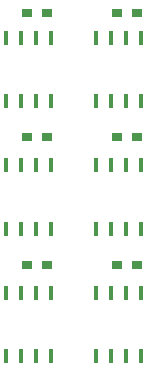
<source format=gbr>
G04 DipTrace 3.3.1.1*
G04 BottomPaste.gbr*
%MOIN*%
G04 #@! TF.FileFunction,Paste,Bot*
G04 #@! TF.Part,Single*
%ADD38R,0.017717X0.051181*%
%ADD40R,0.035433X0.031496*%
%FSLAX26Y26*%
G04*
G70*
G90*
G75*
G01*
G04 BotPaste*
%LPD*%
D40*
X206251Y1356249D3*
X273180D3*
X206251Y518751D3*
X273180D3*
X206251Y943751D3*
X273180D3*
X506251Y1356249D3*
X573180D3*
X506251Y943751D3*
X573180D3*
X506251Y518751D3*
X573180D3*
D38*
X137500Y1275000D3*
X187500D3*
X237500D3*
X287500D3*
Y1062402D3*
X237500D3*
X187500D3*
X137500D3*
X437500Y1275000D3*
X487500D3*
X537500D3*
X587500D3*
Y1062402D3*
X537500D3*
X487500D3*
X437500D3*
X137500Y850000D3*
X187500D3*
X237500D3*
X287500D3*
Y637402D3*
X237500D3*
X187500D3*
X137500D3*
X437500Y850000D3*
X487500D3*
X537500D3*
X587500D3*
Y637402D3*
X537500D3*
X487500D3*
X437500D3*
X137500Y425000D3*
X187500D3*
X237500D3*
X287500D3*
Y212402D3*
X237500D3*
X187500D3*
X137500D3*
X437500Y425000D3*
X487500D3*
X537500D3*
X587500D3*
Y212402D3*
X537500D3*
X487500D3*
X437500D3*
M02*

</source>
